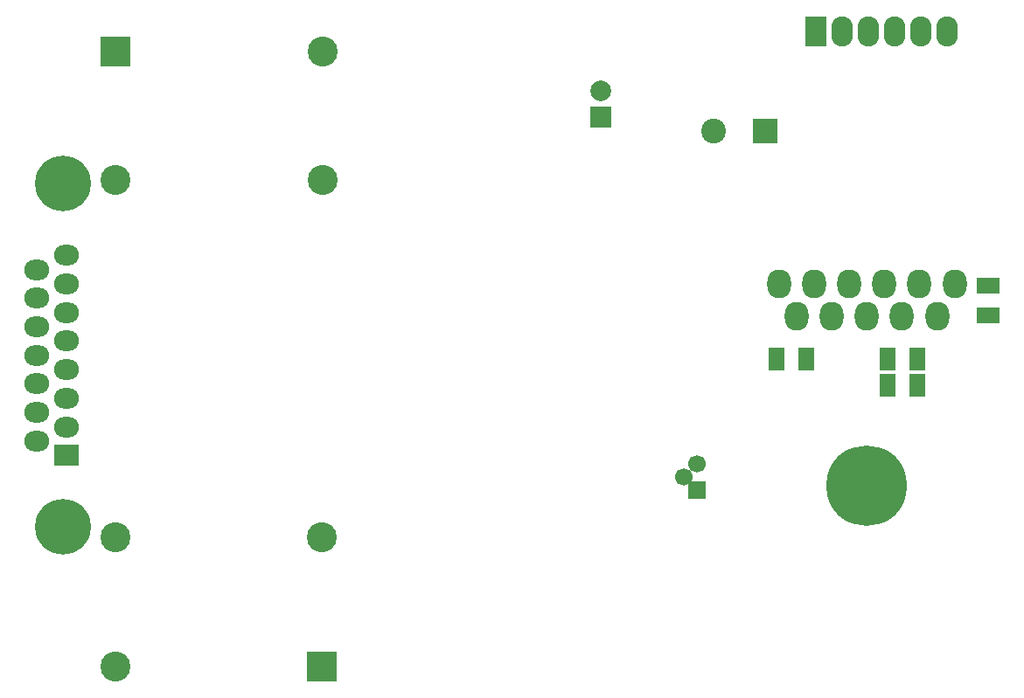
<source format=gbr>
G04 #@! TF.GenerationSoftware,KiCad,Pcbnew,(5.0.0-rc2-dev-444-g2974a2c10)*
G04 #@! TF.CreationDate,2018-05-11T00:11:58+02:00*
G04 #@! TF.ProjectId,TrackAmplifier,547261636B416D706C69666965722E6B,rev?*
G04 #@! TF.SameCoordinates,Original*
G04 #@! TF.FileFunction,Soldermask,Bot*
G04 #@! TF.FilePolarity,Negative*
%FSLAX46Y46*%
G04 Gerber Fmt 4.6, Leading zero omitted, Abs format (unit mm)*
G04 Created by KiCad (PCBNEW (5.0.0-rc2-dev-444-g2974a2c10)) date 05/11/18 00:11:58*
%MOMM*%
%LPD*%
G01*
G04 APERTURE LIST*
%ADD10R,2.900000X2.900000*%
%ADD11C,2.900000*%
%ADD12O,3.900000X3.900000*%
%ADD13O,2.300000X2.800000*%
%ADD14R,2.400000X2.000000*%
%ADD15O,2.400000X2.000000*%
%ADD16C,5.400000*%
%ADD17R,2.100000X2.900000*%
%ADD18O,2.100000X2.900000*%
%ADD19R,1.620000X2.200000*%
%ADD20R,2.000000X2.000000*%
%ADD21C,2.000000*%
%ADD22R,2.200000X1.620000*%
%ADD23C,1.700000*%
%ADD24R,1.700000X1.700000*%
%ADD25C,7.800000*%
%ADD26C,1.200000*%
%ADD27R,2.400000X2.400000*%
%ADD28C,2.400000*%
G04 APERTURE END LIST*
D10*
X84544000Y-114843800D03*
D11*
X64544000Y-114843800D03*
X84544000Y-102343800D03*
X64544000Y-102343800D03*
D10*
X64605000Y-55230000D03*
D11*
X84605000Y-55230000D03*
X64605000Y-67730000D03*
X84605000Y-67730000D03*
D12*
X137320000Y-97360000D03*
D13*
X145820000Y-77760000D03*
X144120000Y-80900000D03*
X142420000Y-77760000D03*
X140720000Y-80900000D03*
X139020000Y-77760000D03*
X137320000Y-80900000D03*
X135620000Y-77760000D03*
X133920000Y-80900000D03*
X132220000Y-77760000D03*
X130520000Y-80900000D03*
X128820000Y-77760000D03*
D14*
X59800000Y-94390000D03*
D15*
X59800000Y-91620000D03*
X59800000Y-88850000D03*
X59800000Y-86080000D03*
X59800000Y-83310000D03*
X59800000Y-80540000D03*
X59800000Y-77770000D03*
X59800000Y-75000000D03*
X56960000Y-93005000D03*
X56960000Y-90235000D03*
X56960000Y-87465000D03*
X56960000Y-84695000D03*
X56960000Y-81925000D03*
X56960000Y-79155000D03*
X56960000Y-76385000D03*
D16*
X59500000Y-101345000D03*
X59500000Y-68045000D03*
D17*
X132423000Y-53325000D03*
D18*
X134963000Y-53325000D03*
X137503000Y-53325000D03*
X140043000Y-53325000D03*
X142583000Y-53325000D03*
X145123000Y-53325000D03*
D19*
X142235000Y-87615000D03*
X139375000Y-87615000D03*
X139375000Y-85075000D03*
X142235000Y-85075000D03*
D20*
X111595000Y-61580000D03*
D21*
X111595000Y-59080000D03*
D22*
X149060000Y-80790000D03*
X149060000Y-77930000D03*
D19*
X131440000Y-85075000D03*
X128580000Y-85075000D03*
D23*
X119596000Y-96505000D03*
X120866000Y-95235000D03*
D24*
X120866000Y-97775000D03*
D25*
X137317013Y-97367015D03*
D26*
X134542013Y-97367015D03*
X135354792Y-95404794D03*
X137317013Y-94592015D03*
X139279234Y-95404794D03*
X140092013Y-97367015D03*
X139279234Y-99329236D03*
X137317013Y-100142015D03*
X135354792Y-99329236D03*
D27*
X127470000Y-62977000D03*
D28*
X122470000Y-62977000D03*
M02*

</source>
